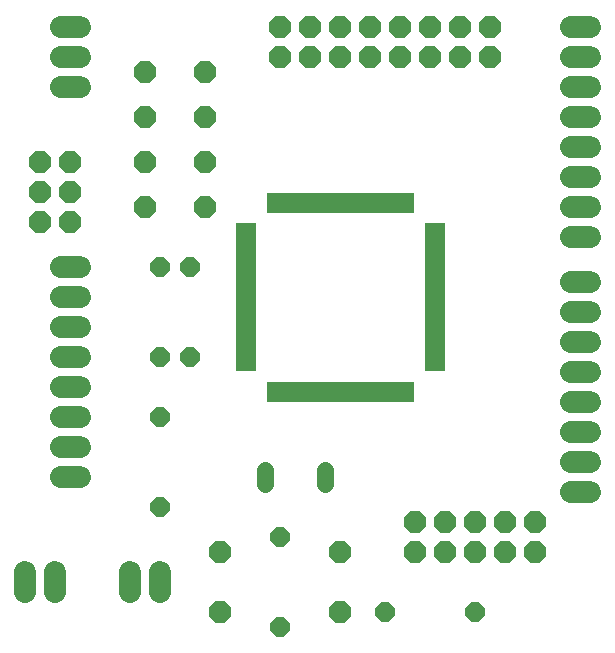
<source format=gts>
G75*
G70*
%OFA0B0*%
%FSLAX24Y24*%
%IPPOS*%
%LPD*%
%AMOC8*
5,1,8,0,0,1.08239X$1,22.5*
%
%ADD10R,0.0671X0.0218*%
%ADD11R,0.0218X0.0671*%
%ADD12OC8,0.0710*%
%ADD13C,0.0560*%
%ADD14OC8,0.0640*%
%ADD15OC8,0.0720*%
%ADD16C,0.0720*%
D10*
X009450Y009738D03*
X009450Y009935D03*
X009450Y010131D03*
X009450Y010328D03*
X009450Y010525D03*
X009450Y010722D03*
X009450Y010919D03*
X009450Y011116D03*
X009450Y011313D03*
X009450Y011509D03*
X009450Y011706D03*
X009450Y011903D03*
X009450Y012100D03*
X009450Y012297D03*
X009450Y012494D03*
X009450Y012691D03*
X009450Y012887D03*
X009450Y013084D03*
X009450Y013281D03*
X009450Y013478D03*
X009450Y013675D03*
X009450Y013872D03*
X009450Y014069D03*
X009450Y014265D03*
X009450Y014462D03*
X015750Y014462D03*
X015750Y014265D03*
X015750Y014069D03*
X015750Y013872D03*
X015750Y013675D03*
X015750Y013478D03*
X015750Y013281D03*
X015750Y013084D03*
X015750Y012887D03*
X015750Y012691D03*
X015750Y012494D03*
X015750Y012297D03*
X015750Y012100D03*
X015750Y011903D03*
X015750Y011706D03*
X015750Y011509D03*
X015750Y011313D03*
X015750Y011116D03*
X015750Y010919D03*
X015750Y010722D03*
X015750Y010525D03*
X015750Y010328D03*
X015750Y010131D03*
X015750Y009935D03*
X015750Y009738D03*
D11*
X014962Y008950D03*
X014765Y008950D03*
X014569Y008950D03*
X014372Y008950D03*
X014175Y008950D03*
X013978Y008950D03*
X013781Y008950D03*
X013584Y008950D03*
X013387Y008950D03*
X013191Y008950D03*
X012994Y008950D03*
X012797Y008950D03*
X012600Y008950D03*
X012403Y008950D03*
X012206Y008950D03*
X012009Y008950D03*
X011813Y008950D03*
X011616Y008950D03*
X011419Y008950D03*
X011222Y008950D03*
X011025Y008950D03*
X010828Y008950D03*
X010631Y008950D03*
X010435Y008950D03*
X010238Y008950D03*
X010238Y015250D03*
X010435Y015250D03*
X010631Y015250D03*
X010828Y015250D03*
X011025Y015250D03*
X011222Y015250D03*
X011419Y015250D03*
X011616Y015250D03*
X011813Y015250D03*
X012009Y015250D03*
X012206Y015250D03*
X012403Y015250D03*
X012600Y015250D03*
X012797Y015250D03*
X012994Y015250D03*
X013191Y015250D03*
X013387Y015250D03*
X013584Y015250D03*
X013781Y015250D03*
X013978Y015250D03*
X014175Y015250D03*
X014372Y015250D03*
X014569Y015250D03*
X014765Y015250D03*
X014962Y015250D03*
D12*
X008100Y015100D03*
X008100Y016600D03*
X008100Y018100D03*
X008100Y019600D03*
X006100Y019600D03*
X006100Y018100D03*
X006100Y016600D03*
X006100Y015100D03*
X008600Y003600D03*
X008600Y001600D03*
X012600Y001600D03*
X012600Y003600D03*
D13*
X012100Y005860D02*
X012100Y006340D01*
X010100Y006340D02*
X010100Y005860D01*
D14*
X010600Y004100D03*
X010600Y001100D03*
X014100Y001600D03*
X017100Y001600D03*
X007600Y010100D03*
X006600Y010100D03*
X006600Y008100D03*
X006600Y005100D03*
X006600Y013100D03*
X007600Y013100D03*
D15*
X003600Y014600D03*
X003600Y015600D03*
X002600Y015600D03*
X002600Y014600D03*
X002600Y016600D03*
X003600Y016600D03*
X010600Y020100D03*
X010600Y021100D03*
X011600Y021100D03*
X011600Y020100D03*
X012600Y020100D03*
X012600Y021100D03*
X013600Y021100D03*
X013600Y020100D03*
X014600Y020100D03*
X014600Y021100D03*
X015600Y021100D03*
X015600Y020100D03*
X016600Y020100D03*
X016600Y021100D03*
X017600Y021100D03*
X017600Y020100D03*
X017100Y004600D03*
X016100Y004600D03*
X016100Y003600D03*
X017100Y003600D03*
X018100Y003600D03*
X019100Y003600D03*
X019100Y004600D03*
X018100Y004600D03*
X015100Y004600D03*
X015100Y003600D03*
D16*
X002100Y002920D02*
X002100Y002280D01*
X003100Y002280D02*
X003100Y002920D01*
X005600Y002920D02*
X005600Y002280D01*
X006600Y002280D02*
X006600Y002920D01*
X003920Y006100D02*
X003280Y006100D01*
X003280Y007100D02*
X003920Y007100D01*
X003920Y008100D02*
X003280Y008100D01*
X003280Y009100D02*
X003920Y009100D01*
X003920Y010100D02*
X003280Y010100D01*
X003280Y011100D02*
X003920Y011100D01*
X003920Y012100D02*
X003280Y012100D01*
X003280Y013100D02*
X003920Y013100D01*
X003920Y019100D02*
X003280Y019100D01*
X003280Y020100D02*
X003920Y020100D01*
X003920Y021100D02*
X003280Y021100D01*
X020280Y021100D02*
X020920Y021100D01*
X020920Y020100D02*
X020280Y020100D01*
X020280Y019100D02*
X020920Y019100D01*
X020920Y018100D02*
X020280Y018100D01*
X020280Y017100D02*
X020920Y017100D01*
X020920Y016100D02*
X020280Y016100D01*
X020280Y015100D02*
X020920Y015100D01*
X020920Y014100D02*
X020280Y014100D01*
X020280Y012600D02*
X020920Y012600D01*
X020920Y011600D02*
X020280Y011600D01*
X020280Y010600D02*
X020920Y010600D01*
X020920Y009600D02*
X020280Y009600D01*
X020280Y008600D02*
X020920Y008600D01*
X020920Y007600D02*
X020280Y007600D01*
X020280Y006600D02*
X020920Y006600D01*
X020920Y005600D02*
X020280Y005600D01*
M02*

</source>
